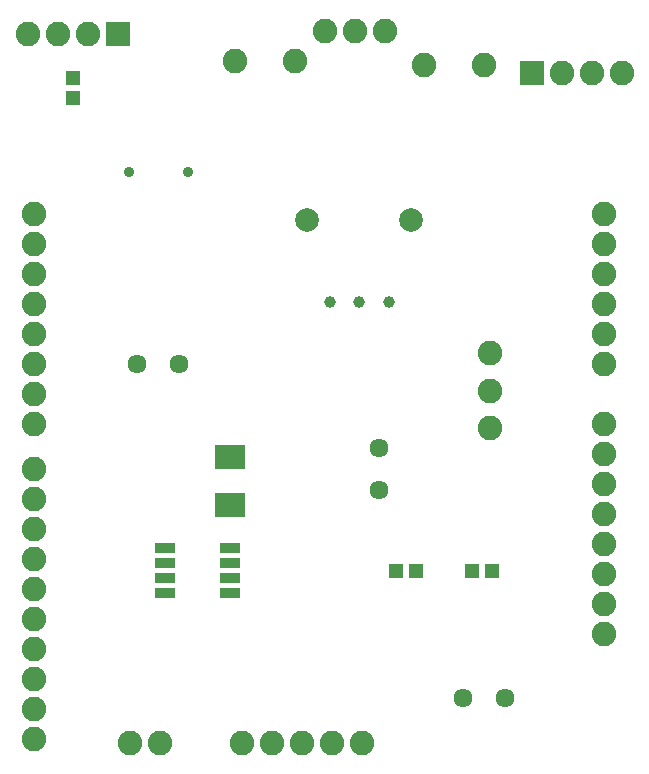
<source format=gts>
G75*
%MOIN*%
%OFA0B0*%
%FSLAX25Y25*%
%IPPOS*%
%LPD*%
%AMOC8*
5,1,8,0,0,1.08239X$1,22.5*
%
%ADD10R,0.06800X0.03200*%
%ADD11C,0.08200*%
%ADD12C,0.03520*%
%ADD13C,0.03543*%
%ADD14R,0.05131X0.04737*%
%ADD15C,0.06350*%
%ADD16C,0.07874*%
%ADD17C,0.03937*%
%ADD18R,0.08200X0.08200*%
%ADD19R,0.04737X0.05131*%
%ADD20R,0.10249X0.07887*%
D10*
X0085700Y0151024D03*
X0085700Y0156024D03*
X0085700Y0161024D03*
X0085700Y0166024D03*
X0107300Y0166024D03*
X0107300Y0161024D03*
X0107300Y0156024D03*
X0107300Y0151024D03*
D11*
X0042000Y0102524D03*
X0042000Y0112524D03*
X0042000Y0122524D03*
X0042000Y0132524D03*
X0042000Y0142524D03*
X0042000Y0152524D03*
X0042000Y0162524D03*
X0042000Y0172524D03*
X0042000Y0182524D03*
X0042000Y0192524D03*
X0042000Y0207524D03*
X0042000Y0217524D03*
X0042000Y0227524D03*
X0042000Y0237524D03*
X0042000Y0247524D03*
X0042000Y0257524D03*
X0042000Y0267524D03*
X0042000Y0277524D03*
X0040000Y0337524D03*
X0050000Y0337524D03*
X0060000Y0337524D03*
X0109000Y0328524D03*
X0129000Y0328524D03*
X0139000Y0338524D03*
X0149000Y0338524D03*
X0159000Y0338524D03*
X0172000Y0327024D03*
X0192000Y0327024D03*
X0218000Y0324524D03*
X0228000Y0324524D03*
X0238000Y0324524D03*
X0232000Y0277524D03*
X0232000Y0267524D03*
X0232000Y0257524D03*
X0232000Y0247524D03*
X0232000Y0237524D03*
X0232000Y0227524D03*
X0232000Y0207524D03*
X0232000Y0197524D03*
X0232000Y0187524D03*
X0232000Y0177524D03*
X0232000Y0167524D03*
X0232000Y0157524D03*
X0232000Y0147524D03*
X0232000Y0137524D03*
X0194000Y0206024D03*
X0194000Y0218524D03*
X0194000Y0231024D03*
X0151500Y0101024D03*
X0141500Y0101024D03*
X0131500Y0101024D03*
X0121500Y0101024D03*
X0111500Y0101024D03*
X0084000Y0101024D03*
X0074000Y0101024D03*
D12*
X0073657Y0291524D03*
D13*
X0093343Y0291524D03*
D14*
X0055000Y0316177D03*
X0055000Y0322870D03*
D15*
X0076500Y0227524D03*
X0090500Y0227524D03*
X0157000Y0199524D03*
X0157000Y0185524D03*
X0185000Y0116024D03*
X0199000Y0116024D03*
D16*
X0167823Y0275524D03*
X0133177Y0275524D03*
D17*
X0140657Y0247965D03*
X0150500Y0247965D03*
X0160343Y0247965D03*
D18*
X0208000Y0324524D03*
X0070000Y0337524D03*
D19*
X0162654Y0158524D03*
X0169346Y0158524D03*
X0188154Y0158524D03*
X0194846Y0158524D03*
D20*
X0107500Y0180551D03*
X0107500Y0196496D03*
M02*

</source>
